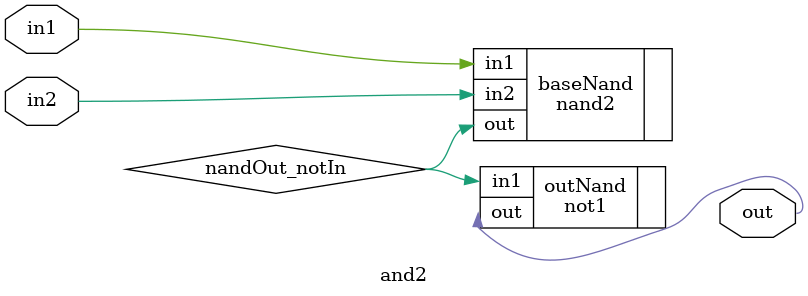
<source format=v>
/*
    CS/ECE 552 Spring '22
    Homework #1, Problem 2

    2 input AND built out of required gates
*/
module and2 (in1,in2,out);
    input   in1, in2;
    output  out;

    wire    nandOut_notIn;

    // one way to create a 2-input AND out of NANDs and NOTs is
    // to have a 2-input NAND followed by a NOT
    nand2 baseNand (// OUTPUT
		    .out(nandOut_notIn),
		    // INPUT
		    .in1(in1),
		    .in2(in2)
		    );

    // now not the output of the NOR to create our 2-input OR
    not1 outNand (// OUTPUT
		  .out(out),
		  // INPUT
		  .in1(nandOut_notIn)
		  );

endmodule

</source>
